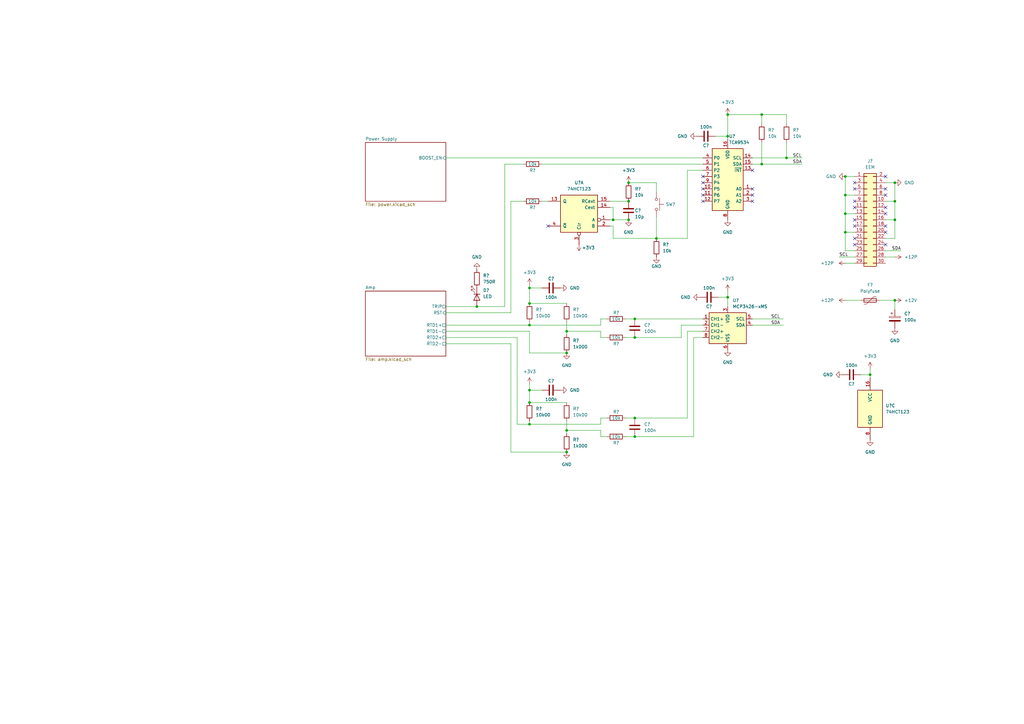
<source format=kicad_sch>
(kicad_sch (version 20211123) (generator eeschema)
  (paper "A3")
  (title_block (title "Usilitel") (date "2022-07-12") (rev "0.1") (company "M-Labs") (comment 1 "Wideband power amplifier") (comment 3 "a.k.a. topquark12") (comment 4 "Alex Wong Tat Hang"))
  (lib_symbols
    (symbol "74xx:74HCT123" (pin_names (offset 1.016))
      (property "Reference" "U" (at -7.62 8.89 0))
      (property "Value" "74HCT123" (at -7.62 -8.89 0))
      (symbol "74HCT123_1_0"
        (pin input inverted (at -12.7 -2.54 0) (length 5.08) (name "A") (number "1"))
        (pin output line (at 12.7 5.08 180) (length 5.08) (name "Q") (number "13"))
        (pin input line (at -12.7 2.54 0) (length 5.08) (name "Cext") (number "14"))
        (pin input line (at -12.7 5.08 0) (length 5.08) (name "RCext") (number "15"))
        (pin input line (at -12.7 -5.08 0) (length 5.08) (name "B") (number "2"))
        (pin input inverted (at 0 -12.7 90) (length 5.08) (name "Clr") (number "3"))
        (pin output line (at 12.7 -5.08 180) (length 5.08) (name "~{Q}") (number "4"))
      )
      (symbol "74HCT123_1_1"
        (rectangle (start -7.62 7.62) (end 7.62 -7.62) (stroke (width 0.254)) (fill (type background)))
      )
      (symbol "74HCT123_2_0"
        (pin input line (at -12.7 -5.08 0) (length 5.08) (name "B") (number "10"))
        (pin input inverted (at 0 -12.7 90) (length 5.08) (name "Clr") (number "11"))
        (pin output line (at 12.7 -5.08 180) (length 5.08) (name "~{Q}") (number "12"))
        (pin output line (at 12.7 5.08 180) (length 5.08) (name "Q") (number "5"))
        (pin input line (at -12.7 2.54 0) (length 5.08) (name "Cext") (number "6"))
        (pin input line (at -12.7 5.08 0) (length 5.08) (name "RCext") (number "7"))
        (pin input inverted (at -12.7 -2.54 0) (length 5.08) (name "A") (number "9"))
      )
      (symbol "74HCT123_2_1"
        (rectangle (start -7.62 7.62) (end 7.62 -7.62) (stroke (width 0.254)) (fill (type background)))
      )
      (symbol "74HCT123_3_0"
        (pin power_in line (at 0 12.7 270) (length 5.08) (name "VCC") (number "16"))
        (pin power_in line (at 0 -12.7 90) (length 5.08) (name "GND") (number "8"))
      )
      (symbol "74HCT123_3_1"
        (rectangle (start -5.08 7.62) (end 5.08 -7.62) (stroke (width 0.254)) (fill (type background)))
      )
    )
    (symbol "Analog_ADC:MCP3426-xMS"
      (property "Reference" "U" (at -3.81 8.89 0))
      (property "Value" "MCP3426-xMS" (at 2.54 8.89 0))
      (symbol "MCP3426-xMS_0_1"
        (rectangle (start -7.62 7.62) (end 7.62 -5.08) (stroke (width 0.254)) (fill (type background)))
      )
      (symbol "MCP3426-xMS_1_1"
        (pin input line (at -10.16 5.08 0) (length 2.54) (name "CH1+") (number "1"))
        (pin input line (at -10.16 2.54 0) (length 2.54) (name "CH1-") (number "2"))
        (pin power_in line (at 0 10.16 270) (length 2.54) (name "VDD") (number "3"))
        (pin bidirectional line (at 10.16 2.54 180) (length 2.54) (name "SDA") (number "4"))
        (pin input line (at 10.16 5.08 180) (length 2.54) (name "SCL") (number "5"))
        (pin power_in line (at 0 -7.62 90) (length 2.54) (name "VSS") (number "6"))
        (pin input line (at -10.16 0 0) (length 2.54) (name "CH2+") (number "7"))
        (pin input line (at -10.16 -2.54 0) (length 2.54) (name "CH2-") (number "8"))
      )
    )
    (symbol "Connector_Generic:Conn_02x15_Odd_Even" (pin_names (offset 1.016) hide)
      (property "Reference" "J" (at 1.27 20.32 0))
      (property "Value" "Conn_02x15_Odd_Even" (at 1.27 -20.32 0))
      (symbol "Conn_02x15_Odd_Even_1_1"
        (rectangle (start -1.27 -17.653) (end 0 -17.907) (stroke (width 0.1524)))
        (rectangle (start -1.27 -15.113) (end 0 -15.367) (stroke (width 0.1524)))
        (rectangle (start -1.27 -12.573) (end 0 -12.827) (stroke (width 0.1524)))
        (rectangle (start -1.27 -10.033) (end 0 -10.287) (stroke (width 0.1524)))
        (rectangle (start -1.27 -7.493) (end 0 -7.747) (stroke (width 0.1524)))
        (rectangle (start -1.27 -4.953) (end 0 -5.207) (stroke (width 0.1524)))
        (rectangle (start -1.27 -2.413) (end 0 -2.667) (stroke (width 0.1524)))
        (rectangle (start -1.27 0.127) (end 0 -0.127) (stroke (width 0.1524)))
        (rectangle (start -1.27 2.667) (end 0 2.413) (stroke (width 0.1524)))
        (rectangle (start -1.27 5.207) (end 0 4.953) (stroke (width 0.1524)))
        (rectangle (start -1.27 7.747) (end 0 7.493) (stroke (width 0.1524)))
        (rectangle (start -1.27 10.287) (end 0 10.033) (stroke (width 0.1524)))
        (rectangle (start -1.27 12.827) (end 0 12.573) (stroke (width 0.1524)))
        (rectangle (start -1.27 15.367) (end 0 15.113) (stroke (width 0.1524)))
        (rectangle (start -1.27 17.907) (end 0 17.653) (stroke (width 0.1524)))
        (rectangle (start -1.27 19.05) (end 3.81 -19.05) (stroke (width 0.254)) (fill (type background)))
        (rectangle (start 3.81 -17.653) (end 2.54 -17.907) (stroke (width 0.1524)))
        (rectangle (start 3.81 -15.113) (end 2.54 -15.367) (stroke (width 0.1524)))
        (rectangle (start 3.81 -12.573) (end 2.54 -12.827) (stroke (width 0.1524)))
        (rectangle (start 3.81 -10.033) (end 2.54 -10.287) (stroke (width 0.1524)))
        (rectangle (start 3.81 -7.493) (end 2.54 -7.747) (stroke (width 0.1524)))
        (rectangle (start 3.81 -4.953) (end 2.54 -5.207) (stroke (width 0.1524)))
        (rectangle (start 3.81 -2.413) (end 2.54 -2.667) (stroke (width 0.1524)))
        (rectangle (start 3.81 0.127) (end 2.54 -0.127) (stroke (width 0.1524)))
        (rectangle (start 3.81 2.667) (end 2.54 2.413) (stroke (width 0.1524)))
        (rectangle (start 3.81 5.207) (end 2.54 4.953) (stroke (width 0.1524)))
        (rectangle (start 3.81 7.747) (end 2.54 7.493) (stroke (width 0.1524)))
        (rectangle (start 3.81 10.287) (end 2.54 10.033) (stroke (width 0.1524)))
        (rectangle (start 3.81 12.827) (end 2.54 12.573) (stroke (width 0.1524)))
        (rectangle (start 3.81 15.367) (end 2.54 15.113) (stroke (width 0.1524)))
        (rectangle (start 3.81 17.907) (end 2.54 17.653) (stroke (width 0.1524)))
        (pin passive line (at -5.08 17.78 0) (length 3.81) (name "Pin_1") (number "1"))
        (pin passive line (at 7.62 7.62 180) (length 3.81) (name "Pin_10") (number "10"))
        (pin passive line (at -5.08 5.08 0) (length 3.81) (name "Pin_11") (number "11"))
        (pin passive line (at 7.62 5.08 180) (length 3.81) (name "Pin_12") (number "12"))
        (pin passive line (at -5.08 2.54 0) (length 3.81) (name "Pin_13") (number "13"))
        (pin passive line (at 7.62 2.54 180) (length 3.81) (name "Pin_14") (number "14"))
        (pin passive line (at -5.08 0 0) (length 3.81) (name "Pin_15") (number "15"))
        (pin passive line (at 7.62 0 180) (length 3.81) (name "Pin_16") (number "16"))
        (pin passive line (at -5.08 -2.54 0) (length 3.81) (name "Pin_17") (number "17"))
        (pin passive line (at 7.62 -2.54 180) (length 3.81) (name "Pin_18") (number "18"))
        (pin passive line (at -5.08 -5.08 0) (length 3.81) (name "Pin_19") (number "19"))
        (pin passive line (at 7.62 17.78 180) (length 3.81) (name "Pin_2") (number "2"))
        (pin passive line (at 7.62 -5.08 180) (length 3.81) (name "Pin_20") (number "20"))
        (pin passive line (at -5.08 -7.62 0) (length 3.81) (name "Pin_21") (number "21"))
        (pin passive line (at 7.62 -7.62 180) (length 3.81) (name "Pin_22") (number "22"))
        (pin passive line (at -5.08 -10.16 0) (length 3.81) (name "Pin_23") (number "23"))
        (pin passive line (at 7.62 -10.16 180) (length 3.81) (name "Pin_24") (number "24"))
        (pin passive line (at -5.08 -12.7 0) (length 3.81) (name "Pin_25") (number "25"))
        (pin passive line (at 7.62 -12.7 180) (length 3.81) (name "Pin_26") (number "26"))
        (pin passive line (at -5.08 -15.24 0) (length 3.81) (name "Pin_27") (number "27"))
        (pin passive line (at 7.62 -15.24 180) (length 3.81) (name "Pin_28") (number "28"))
        (pin passive line (at -5.08 -17.78 0) (length 3.81) (name "Pin_29") (number "29"))
        (pin passive line (at -5.08 15.24 0) (length 3.81) (name "Pin_3") (number "3"))
        (pin passive line (at 7.62 -17.78 180) (length 3.81) (name "Pin_30") (number "30"))
        (pin passive line (at 7.62 15.24 180) (length 3.81) (name "Pin_4") (number "4"))
        (pin passive line (at -5.08 12.7 0) (length 3.81) (name "Pin_5") (number "5"))
        (pin passive line (at 7.62 12.7 180) (length 3.81) (name "Pin_6") (number "6"))
        (pin passive line (at -5.08 10.16 0) (length 3.81) (name "Pin_7") (number "7"))
        (pin passive line (at 7.62 10.16 180) (length 3.81) (name "Pin_8") (number "8"))
        (pin passive line (at -5.08 7.62 0) (length 3.81) (name "Pin_9") (number "9"))
      )
    )
    (symbol "Device:C" (pin_numbers hide) (pin_names (offset 0.254))
      (property "Reference" "C" (at 0.635 2.54 0))
      (property "Value" "C" (at 0.635 -2.54 0))
      (symbol "C_0_1"
        (polyline (pts (xy -2.032 -0.762) (xy 2.032 -0.762)) (stroke (width 0.508)))
        (polyline (pts (xy -2.032 0.762) (xy 2.032 0.762)) (stroke (width 0.508)))
      )
      (symbol "C_1_1"
        (pin passive line (at 0 3.81 270) (length 2.794) (name "~") (number "1"))
        (pin passive line (at 0 -3.81 90) (length 2.794) (name "~") (number "2"))
      )
    )
    (symbol "Device:C_Polarized" (pin_numbers hide) (pin_names (offset 0.254))
      (property "Reference" "C" (at 0.635 2.54 0))
      (property "Value" "C_Polarized" (at 0.635 -2.54 0))
      (symbol "C_Polarized_0_1"
        (rectangle (start -2.286 0.508) (end 2.286 1.016))
        (polyline (pts (xy -1.778 2.286) (xy -0.762 2.286)))
        (polyline (pts (xy -1.27 2.794) (xy -1.27 1.778)))
        (rectangle (start 2.286 -0.508) (end -2.286 -1.016) (fill (type outline)))
      )
      (symbol "C_Polarized_1_1"
        (pin passive line (at 0 3.81 270) (length 2.794) (name "~") (number "1"))
        (pin passive line (at 0 -3.81 90) (length 2.794) (name "~") (number "2"))
      )
    )
    (symbol "Device:LED" (pin_numbers hide) (pin_names (offset 1.016) hide)
      (property "Reference" "D" (at 0 2.54 0))
      (property "Value" "LED" (at 0 -2.54 0))
      (symbol "LED_0_1"
        (polyline (pts (xy -1.27 -1.27) (xy -1.27 1.27)) (stroke (width 0.254)))
        (polyline (pts (xy -1.27 0) (xy 1.27 0)))
        (polyline (pts (xy 1.27 -1.27) (xy 1.27 1.27) (xy -1.27 0) (xy 1.27 -1.27)) (stroke (width 0.254)))
        (polyline (pts (xy -3.048 -0.762) (xy -4.572 -2.286) (xy -3.81 -2.286) (xy -4.572 -2.286) (xy -4.572 -1.524)))
        (polyline (pts (xy -1.778 -0.762) (xy -3.302 -2.286) (xy -2.54 -2.286) (xy -3.302 -2.286) (xy -3.302 -1.524)))
      )
      (symbol "LED_1_1"
        (pin passive line (at -3.81 0 0) (length 2.54) (name "K") (number "1"))
        (pin passive line (at 3.81 0 180) (length 2.54) (name "A") (number "2"))
      )
    )
    (symbol "Device:Polyfuse" (pin_numbers hide) (pin_names (offset 0))
      (property "Reference" "F" (at -2.54 0 90))
      (property "Value" "Polyfuse" (at 2.54 0 90))
      (symbol "Polyfuse_0_1"
        (rectangle (start -0.762 2.54) (end 0.762 -2.54) (stroke (width 0.254)))
        (polyline (pts (xy 0 2.54) (xy 0 -2.54)))
        (polyline (pts (xy -1.524 2.54) (xy -1.524 1.524) (xy 1.524 -1.524) (xy 1.524 -2.54)))
      )
      (symbol "Polyfuse_1_1"
        (pin passive line (at 0 3.81 270) (length 1.27) (name "~") (number "1"))
        (pin passive line (at 0 -3.81 90) (length 1.27) (name "~") (number "2"))
      )
    )
    (symbol "Device:R" (pin_numbers hide) (pin_names (offset 0))
      (property "Reference" "R" (at 2.032 0 90))
      (property "Value" "R" (at 0 0 90))
      (symbol "R_0_1"
        (rectangle (start -1.016 -2.54) (end 1.016 2.54) (stroke (width 0.254)))
      )
      (symbol "R_1_1"
        (pin passive line (at 0 3.81 270) (length 1.27) (name "~") (number "1"))
        (pin passive line (at 0 -3.81 90) (length 1.27) (name "~") (number "2"))
      )
    )
    (symbol "Interface_Expansion:TCA9534"
      (property "Reference" "U" (at -6.35 12.7 0))
      (property "Value" "TCA9534" (at 2.54 12.7 0))
      (symbol "TCA9534_0_1"
        (rectangle (start -6.35 -13.97) (end 6.35 11.43) (stroke (width 0.254)) (fill (type background)))
      )
      (symbol "TCA9534_1_1"
        (pin input line (at -10.16 -5.08 0) (length 3.81) (name "A0") (number "1"))
        (pin bidirectional line (at 10.16 -5.08 180) (length 3.81) (name "P5") (number "10"))
        (pin bidirectional line (at 10.16 -7.62 180) (length 3.81) (name "P6") (number "11"))
        (pin bidirectional line (at 10.16 -10.16 180) (length 3.81) (name "P7") (number "12"))
        (pin open_collector line (at -10.16 2.54 0) (length 3.81) (name "~{INT}") (number "13"))
        (pin input line (at -10.16 7.62 0) (length 3.81) (name "SCL") (number "14"))
        (pin bidirectional line (at -10.16 5.08 0) (length 3.81) (name "SDA") (number "15"))
        (pin power_in line (at 0 15.24 270) (length 3.81) (name "VDD") (number "16"))
        (pin input line (at -10.16 -7.62 0) (length 3.81) (name "A1") (number "2"))
        (pin input line (at -10.16 -10.16 0) (length 3.81) (name "A2") (number "3"))
        (pin bidirectional line (at 10.16 7.62 180) (length 3.81) (name "P0") (number "4"))
        (pin bidirectional line (at 10.16 5.08 180) (length 3.81) (name "P1") (number "5"))
        (pin bidirectional line (at 10.16 2.54 180) (length 3.81) (name "P2") (number "6"))
        (pin bidirectional line (at 10.16 0 180) (length 3.81) (name "P3") (number "7"))
        (pin power_in line (at 0 -17.78 90) (length 3.81) (name "GND") (number "8"))
        (pin bidirectional line (at 10.16 -2.54 180) (length 3.81) (name "P4") (number "9"))
      )
    )
    (symbol "Switch:SW_Push" (pin_numbers hide) (pin_names (offset 1.016) hide)
      (property "Reference" "SW" (at 1.27 2.54 0))
      (property "Value" "SW_Push" (at 0 -1.524 0))
      (symbol "SW_Push_0_1"
        (circle (center -2.032 0) (radius 0.508))
        (polyline (pts (xy 0 1.27) (xy 0 3.048)))
        (polyline (pts (xy 2.54 1.27) (xy -2.54 1.27)))
        (circle (center 2.032 0) (radius 0.508))
        (pin passive line (at -5.08 0 0) (length 2.54) (name "1") (number "1"))
        (pin passive line (at 5.08 0 180) (length 2.54) (name "2") (number "2"))
      )
    )
    (symbol "power:+12P" (power) (pin_names (offset 0))
      (property "Value" "+12P" (at 0 3.556 0))
      (symbol "+12P_0_1"
        (polyline (pts (xy -0.762 1.27) (xy 0 2.54)))
        (polyline (pts (xy 0 0) (xy 0 2.54)))
        (polyline (pts (xy 0 2.54) (xy 0.762 1.27)))
      )
      (symbol "+12P_1_1"
        (pin power_in line (at 0 0 90) (length 0) hide (name "+12P") (number "1"))
      )
    )
    (symbol "power:+12V" (power) (pin_names (offset 0))
      (property "Value" "+12V" (at 0 3.556 0))
      (symbol "+12V_0_1"
        (polyline (pts (xy -0.762 1.27) (xy 0 2.54)))
        (polyline (pts (xy 0 0) (xy 0 2.54)))
        (polyline (pts (xy 0 2.54) (xy 0.762 1.27)))
      )
      (symbol "+12V_1_1"
        (pin power_in line (at 0 0 90) (length 0) hide (name "+12V") (number "1"))
      )
    )
    (symbol "power:+3V3" (power) (pin_names (offset 0))
      (property "Value" "+3V3" (at 0 3.556 0))
      (symbol "+3V3_0_1"
        (polyline (pts (xy -0.762 1.27) (xy 0 2.54)))
        (polyline (pts (xy 0 0) (xy 0 2.54)))
        (polyline (pts (xy 0 2.54) (xy 0.762 1.27)))
      )
      (symbol "+3V3_1_1"
        (pin power_in line (at 0 0 90) (length 0) hide (name "+3V3") (number "1"))
      )
    )
    (symbol "power:GND" (power) (pin_names (offset 0))
      (property "Value" "GND" (at 0 -3.81 0))
      (symbol "GND_0_1"
        (polyline (pts (xy 0 0) (xy 0 -1.27) (xy 1.27 -1.27) (xy 0 -2.54) (xy -1.27 -1.27) (xy 0 -1.27)))
      )
      (symbol "GND_1_1"
        (pin power_in line (at 0 0 270) (length 0) hide (name "GND") (number "1"))
      )
    )
  )
  (junction (at 217.17 118.11))
  (junction (at 217.17 133.35))
  (junction (at 298.45 46.99))
  (junction (at 269.24 97.79))
  (junction (at 322.58 64.77))
  (junction (at 260.35 130.81))
  (junction (at 260.35 171.45))
  (junction (at 257.81 74.93))
  (junction (at 367.03 74.93))
  (junction (at 346.71 87.63))
  (junction (at 298.45 55.88))
  (junction (at 195.58 125.73))
  (junction (at 346.71 95.25))
  (junction (at 217.17 173.99))
  (junction (at 312.42 67.31))
  (junction (at 232.41 144.78))
  (junction (at 217.17 160.02))
  (junction (at 232.41 135.89))
  (junction (at 346.71 80.01))
  (junction (at 217.17 165.1))
  (junction (at 312.42 46.99))
  (junction (at 257.81 90.17))
  (junction (at 232.41 176.53))
  (junction (at 367.03 123.19))
  (junction (at 232.41 185.42))
  (junction (at 367.03 82.55))
  (junction (at 217.17 124.46))
  (junction (at 356.87 153.67))
  (junction (at 260.35 179.07))
  (junction (at 260.35 138.43))
  (junction (at 257.81 82.55))
  (junction (at 298.45 121.92))
  (junction (at 346.71 72.39))
  (junction (at 251.46 90.17))
  (junction (at 367.03 90.17))
  (no_connect (at 363.22 80.01))
  (no_connect (at 350.52 82.55))
  (no_connect (at 350.52 90.17))
  (no_connect (at 350.52 92.71))
  (no_connect (at 350.52 97.79))
  (no_connect (at 350.52 100.33))
  (no_connect (at 350.52 74.93))
  (no_connect (at 350.52 77.47))
  (no_connect (at 363.22 72.39))
  (no_connect (at 363.22 77.47))
  (no_connect (at 350.52 85.09))
  (no_connect (at 363.22 87.63))
  (no_connect (at 363.22 85.09))
  (no_connect (at 363.22 95.25))
  (no_connect (at 363.22 92.71))
  (no_connect (at 363.22 100.33))
  (no_connect (at 308.61 77.47))
  (no_connect (at 308.61 80.01))
  (no_connect (at 308.61 82.55))
  (no_connect (at 308.61 69.85))
  (no_connect (at 288.29 74.93))
  (no_connect (at 288.29 77.47))
  (no_connect (at 288.29 80.01))
  (no_connect (at 288.29 82.55))
  (no_connect (at 288.29 72.39))
  (no_connect (at 224.79 92.71))
  (wire (pts (xy 363.22 90.17) (xy 367.03 90.17)))
  (wire (pts (xy 312.42 58.42) (xy 312.42 67.31)))
  (wire (pts (xy 293.37 55.88) (xy 298.45 55.88)))
  (wire (pts (xy 269.24 88.9) (xy 269.24 97.79)))
  (wire (pts (xy 312.42 67.31) (xy 328.93 67.31)))
  (wire (pts (xy 209.55 82.55) (xy 209.55 128.27)))
  (wire (pts (xy 281.94 97.79) (xy 281.94 69.85)))
  (wire (pts (xy 246.38 133.35) (xy 217.17 133.35)))
  (wire (pts (xy 217.17 160.02) (xy 222.25 160.02)))
  (wire (pts (xy 246.38 138.43) (xy 248.92 138.43)))
  (wire (pts (xy 217.17 157.48) (xy 217.17 160.02)))
  (wire (pts (xy 217.17 118.11) (xy 222.25 118.11)))
  (wire (pts (xy 217.17 135.89) (xy 217.17 144.78)))
  (wire (pts (xy 346.71 107.95) (xy 350.52 107.95)))
  (wire (pts (xy 182.88 125.73) (xy 195.58 125.73)))
  (wire (pts (xy 308.61 130.81) (xy 321.31 130.81)))
  (wire (pts (xy 246.38 171.45) (xy 248.92 171.45)))
  (wire (pts (xy 279.4 138.43) (xy 279.4 133.35)))
  (wire (pts (xy 222.25 67.31) (xy 288.29 67.31)))
  (wire (pts (xy 298.45 55.88) (xy 298.45 57.15)))
  (wire (pts (xy 212.09 138.43) (xy 212.09 173.99)))
  (wire (pts (xy 246.38 179.07) (xy 248.92 179.07)))
  (wire (pts (xy 346.71 72.39) (xy 350.52 72.39)))
  (wire (pts (xy 250.19 85.09) (xy 251.46 85.09)))
  (wire (pts (xy 246.38 135.89) (xy 246.38 138.43)))
  (wire (pts (xy 246.38 171.45) (xy 246.38 173.99)))
  (wire (pts (xy 217.17 133.35) (xy 217.17 132.08)))
  (wire (pts (xy 246.38 176.53) (xy 246.38 179.07)))
  (wire (pts (xy 260.35 171.45) (xy 281.94 171.45)))
  (wire (pts (xy 346.71 80.01) (xy 346.71 72.39)))
  (wire (pts (xy 312.42 46.99) (xy 322.58 46.99)))
  (wire (pts (xy 251.46 90.17) (xy 257.81 90.17)))
  (wire (pts (xy 298.45 121.92) (xy 298.45 125.73)))
  (wire (pts (xy 182.88 138.43) (xy 212.09 138.43)))
  (wire (pts (xy 269.24 78.74) (xy 269.24 74.93)))
  (wire (pts (xy 260.35 138.43) (xy 279.4 138.43)))
  (wire (pts (xy 232.41 135.89) (xy 246.38 135.89)))
  (wire (pts (xy 346.71 102.87) (xy 346.71 95.25)))
  (wire (pts (xy 350.52 102.87) (xy 346.71 102.87)))
  (wire (pts (xy 222.25 82.55) (xy 224.79 82.55)))
  (wire (pts (xy 256.54 171.45) (xy 260.35 171.45)))
  (wire (pts (xy 346.71 87.63) (xy 346.71 80.01)))
  (wire (pts (xy 256.54 179.07) (xy 260.35 179.07)))
  (wire (pts (xy 214.63 82.55) (xy 209.55 82.55)))
  (wire (pts (xy 182.88 128.27) (xy 209.55 128.27)))
  (wire (pts (xy 217.17 173.99) (xy 217.17 172.72)))
  (wire (pts (xy 212.09 173.99) (xy 217.17 173.99)))
  (wire (pts (xy 279.4 133.35) (xy 288.29 133.35)))
  (wire (pts (xy 346.71 95.25) (xy 346.71 87.63)))
  (wire (pts (xy 298.45 46.99) (xy 312.42 46.99)))
  (wire (pts (xy 284.48 138.43) (xy 288.29 138.43)))
  (wire (pts (xy 250.19 92.71) (xy 251.46 92.71)))
  (wire (pts (xy 363.22 82.55) (xy 367.03 82.55)))
  (wire (pts (xy 308.61 64.77) (xy 322.58 64.77)))
  (wire (pts (xy 298.45 46.99) (xy 298.45 55.88)))
  (wire (pts (xy 256.54 138.43) (xy 260.35 138.43)))
  (wire (pts (xy 246.38 130.81) (xy 248.92 130.81)))
  (wire (pts (xy 350.52 95.25) (xy 346.71 95.25)))
  (wire (pts (xy 367.03 82.55) (xy 367.03 74.93)))
  (wire (pts (xy 322.58 64.77) (xy 328.93 64.77)))
  (wire (pts (xy 251.46 92.71) (xy 251.46 97.79)))
  (wire (pts (xy 182.88 133.35) (xy 217.17 133.35)))
  (wire (pts (xy 360.68 123.19) (xy 367.03 123.19)))
  (wire (pts (xy 308.61 133.35) (xy 321.31 133.35)))
  (wire (pts (xy 232.41 176.53) (xy 246.38 176.53)))
  (wire (pts (xy 308.61 67.31) (xy 312.42 67.31)))
  (wire (pts (xy 182.88 140.97) (xy 209.55 140.97)))
  (wire (pts (xy 217.17 165.1) (xy 232.41 165.1)))
  (wire (pts (xy 281.94 171.45) (xy 281.94 135.89)))
  (wire (pts (xy 281.94 135.89) (xy 288.29 135.89)))
  (wire (pts (xy 256.54 130.81) (xy 260.35 130.81)))
  (wire (pts (xy 298.45 119.38) (xy 298.45 121.92)))
  (wire (pts (xy 217.17 118.11) (xy 217.17 124.46)))
  (wire (pts (xy 232.41 135.89) (xy 232.41 137.16)))
  (wire (pts (xy 363.22 74.93) (xy 367.03 74.93)))
  (wire (pts (xy 246.38 130.81) (xy 246.38 133.35)))
  (wire (pts (xy 281.94 69.85) (xy 288.29 69.85)))
  (wire (pts (xy 350.52 80.01) (xy 346.71 80.01)))
  (wire (pts (xy 363.22 97.79) (xy 367.03 97.79)))
  (wire (pts (xy 207.01 67.31) (xy 214.63 67.31)))
  (wire (pts (xy 195.58 125.73) (xy 207.01 125.73)))
  (wire (pts (xy 209.55 185.42) (xy 232.41 185.42)))
  (wire (pts (xy 353.06 153.67) (xy 356.87 153.67)))
  (wire (pts (xy 260.35 179.07) (xy 284.48 179.07)))
  (wire (pts (xy 260.35 130.81) (xy 288.29 130.81)))
  (wire (pts (xy 312.42 46.99) (xy 312.42 50.8)))
  (wire (pts (xy 250.19 82.55) (xy 257.81 82.55)))
  (wire (pts (xy 269.24 97.79) (xy 281.94 97.79)))
  (wire (pts (xy 294.64 121.92) (xy 298.45 121.92)))
  (wire (pts (xy 246.38 173.99) (xy 217.17 173.99)))
  (wire (pts (xy 344.17 105.41) (xy 350.52 105.41)))
  (wire (pts (xy 269.24 74.93) (xy 257.81 74.93)))
  (wire (pts (xy 232.41 172.72) (xy 232.41 176.53)))
  (wire (pts (xy 251.46 97.79) (xy 269.24 97.79)))
  (wire (pts (xy 363.22 102.87) (xy 369.57 102.87)))
  (wire (pts (xy 217.17 160.02) (xy 217.17 165.1)))
  (wire (pts (xy 250.19 90.17) (xy 251.46 90.17)))
  (wire (pts (xy 350.52 87.63) (xy 346.71 87.63)))
  (wire (pts (xy 322.58 58.42) (xy 322.58 64.77)))
  (wire (pts (xy 363.22 105.41) (xy 367.03 105.41)))
  (wire (pts (xy 209.55 140.97) (xy 209.55 185.42)))
  (wire (pts (xy 356.87 151.13) (xy 356.87 153.67)))
  (wire (pts (xy 182.88 135.89) (xy 217.17 135.89)))
  (wire (pts (xy 284.48 179.07) (xy 284.48 138.43)))
  (wire (pts (xy 232.41 132.08) (xy 232.41 135.89)))
  (wire (pts (xy 182.88 64.77) (xy 288.29 64.77)))
  (wire (pts (xy 367.03 97.79) (xy 367.03 90.17)))
  (wire (pts (xy 367.03 90.17) (xy 367.03 82.55)))
  (wire (pts (xy 232.41 176.53) (xy 232.41 177.8)))
  (wire (pts (xy 217.17 124.46) (xy 232.41 124.46)))
  (wire (pts (xy 251.46 85.09) (xy 251.46 90.17)))
  (wire (pts (xy 367.03 123.19) (xy 367.03 127)))
  (wire (pts (xy 217.17 144.78) (xy 232.41 144.78)))
  (wire (pts (xy 356.87 153.67) (xy 356.87 154.94)))
  (wire (pts (xy 322.58 46.99) (xy 322.58 50.8)))
  (wire (pts (xy 346.71 123.19) (xy 353.06 123.19)))
  (wire (pts (xy 217.17 116.84) (xy 217.17 118.11)))
  (wire (pts (xy 207.01 67.31) (xy 207.01 125.73)))
  (label "SDA" (at 316.23 133.35 0))
  (label "SDA" (at 365.76 102.87 0))
  (label "SCL" (at 325.12 64.77 0))
  (label "SCL" (at 344.17 105.41 0))
  (label "SDA" (at 325.12 67.31 0))
  (label "SCL" (at 316.23 130.81 0))
  (symbol (lib_id "Device:C") (at 289.56 55.88 90) (unit 1)
    (property "Reference" "C?" (at 289.56 59.69 90))
    (property "Value" "100n" (at 289.56 52.07 90))
  )
  (symbol (lib_id "power:GND") (at 287.02 121.92 270) (unit 1)
    (property "Reference" "#PWR?" (effects hide))
    (property "Value" "GND" (at 283.21 121.9199 90) (effects (justify right)))
  )
  (symbol (lib_id "power:+12P") (at 367.03 105.41 270) (unit 1)
    (property "Reference" "#PWR?" (effects hide))
    (property "Value" "+12P" (at 370.84 105.4099 90) (effects (justify left)))
  )
  (symbol (lib_id "Connector_Generic:Conn_02x15_Odd_Even") (at 355.6 90.17 0) (unit 1)
    (property "Reference" "J?" (at 356.87 66.04 0))
    (property "Value" "EEM" (at 356.87 68.58 0))
  )
  (symbol (lib_id "Device:Polyfuse") (at 356.87 123.19 90) (unit 1)
    (property "Reference" "F?" (at 356.87 116.84 90))
    (property "Value" "Polyfuse" (at 356.87 119.38 90))
  )
  (symbol (lib_id "Device:R") (at 252.73 138.43 90) (unit 1)
    (property "Reference" "R?" (at 252.73 140.97 90))
    (property "Value" "10k" (at 252.73 138.43 90))
  )
  (symbol (lib_id "power:+3V3") (at 237.49 100.33 180) (unit 1)
    (property "Reference" "#PWR?" (effects hide))
    (property "Value" "+3V3" (at 241.3 101.6 0))
  )
  (symbol (lib_id "Device:C") (at 226.06 118.11 270) (unit 1)
    (property "Reference" "C?" (at 226.06 114.3 90))
    (property "Value" "100n" (at 226.06 121.92 90))
  )
  (symbol (lib_id "Device:R") (at 218.44 67.31 90) (unit 1)
    (property "Reference" "R?" (at 218.44 69.85 90))
    (property "Value" "10k" (at 218.44 67.31 90))
  )
  (symbol (lib_id "power:GND") (at 367.03 134.62 0) (unit 1)
    (property "Reference" "#PWR?" (effects hide))
    (property "Value" "GND" (at 367.03 139.7 0))
  )
  (symbol (lib_id "power:+3V3") (at 217.17 116.84 0) (unit 1)
    (property "Reference" "#PWR?" (effects hide))
    (property "Value" "+3V3" (at 217.17 111.76 0))
  )
  (symbol (lib_id "74xx:74HCT123") (at 356.87 167.64 0) (unit 3)
    (property "Reference" "U?" (at 363.22 166.3699 0) (effects (justify left)))
    (property "Value" "74HCT123" (at 363.22 168.9099 0) (effects (justify left)))
    (property "Datasheet" "https://assets.nexperia.com/documents/data-sheet/74HC_HCT123.pdf" (effects hide))
  )
  (symbol (lib_id "power:GND") (at 298.45 90.17 0) (unit 1)
    (property "Reference" "#PWR?" (effects hide))
    (property "Value" "GND" (at 298.45 95.25 0))
  )
  (symbol (lib_id "Device:C_Polarized") (at 367.03 130.81 0) (unit 1)
    (property "Reference" "C?" (at 370.84 128.6509 0) (effects (justify left)))
    (property "Value" "100u" (at 370.84 131.1909 0) (effects (justify left)))
  )
  (symbol (lib_id "Device:C") (at 260.35 175.26 0) (unit 1)
    (property "Reference" "C?" (at 264.16 173.9899 0) (effects (justify left)))
    (property "Value" "100n" (at 264.16 176.5299 0) (effects (justify left)))
  )
  (symbol (lib_id "power:+3V3") (at 356.87 151.13 0) (unit 1)
    (property "Reference" "#PWR?" (effects hide))
    (property "Value" "+3V3" (at 356.87 146.05 0))
  )
  (symbol (lib_id "power:GND") (at 229.87 160.02 90) (unit 1)
    (property "Reference" "#PWR?" (effects hide))
    (property "Value" "GND" (at 233.68 160.0201 90) (effects (justify right)))
  )
  (symbol (lib_id "power:+12P") (at 346.71 123.19 90) (unit 1)
    (property "Reference" "#PWR?" (effects hide))
    (property "Value" "+12P" (at 336.55 123.19 90) (effects (justify right)))
  )
  (symbol (lib_id "Device:R") (at 252.73 171.45 90) (unit 1)
    (property "Reference" "R?" (at 252.73 168.91 90))
    (property "Value" "10k" (at 252.73 171.45 90))
  )
  (symbol (lib_id "power:GND") (at 356.87 180.34 0) (unit 1)
    (property "Reference" "#PWR?" (effects hide))
    (property "Value" "GND" (at 356.87 185.42 0))
  )
  (symbol (lib_id "Interface_Expansion:TCA9534") (at 298.45 72.39 0) (mirror y) (unit 1)
    (property "Reference" "U?" (at 298.9706 55.88 0) (effects (justify right)))
    (property "Value" "TCA9534" (at 298.9706 58.42 0) (effects (justify right)))
    (property "Datasheet" "http://www.ti.com/lit/ds/symlink/tca9534.pdf" (effects hide))
  )
  (symbol (lib_id "Device:R") (at 312.42 54.61 0) (unit 1)
    (property "Reference" "R?" (at 314.96 53.3399 0) (effects (justify left)))
    (property "Value" "10k" (at 314.96 55.8799 0) (effects (justify left)))
  )
  (symbol (lib_id "Device:R") (at 217.17 128.27 0) (unit 1)
    (property "Reference" "R?" (at 219.71 126.9999 0) (effects (justify left)))
    (property "Value" "10k00" (at 219.71 129.5399 0) (effects (justify left)))
  )
  (symbol (lib_id "power:+3V3") (at 257.81 74.93 0) (unit 1)
    (property "Reference" "#PWR?" (effects hide))
    (property "Value" "+3V3" (at 257.81 69.85 0))
  )
  (symbol (lib_id "Device:R") (at 232.41 181.61 0) (unit 1)
    (property "Reference" "R?" (at 234.95 180.3399 0) (effects (justify left)))
    (property "Value" "1k000" (at 234.95 182.8799 0) (effects (justify left)))
  )
  (symbol (lib_id "Device:R") (at 232.41 128.27 0) (unit 1)
    (property "Reference" "R?" (at 234.95 126.9999 0) (effects (justify left)))
    (property "Value" "10k00" (at 234.95 129.5399 0) (effects (justify left)))
  )
  (symbol (lib_id "Device:C") (at 349.25 153.67 90) (unit 1)
    (property "Reference" "C?" (at 349.25 157.48 90))
    (property "Value" "100n" (at 349.25 149.86 90))
  )
  (symbol (lib_id "power:+3V3") (at 298.45 46.99 0) (unit 1)
    (property "Reference" "#PWR?" (effects hide))
    (property "Value" "+3V3" (at 298.45 41.91 0))
  )
  (symbol (lib_id "Device:C") (at 257.81 86.36 0) (unit 1)
    (property "Reference" "C?" (at 260.35 86.36 0) (effects (justify left)))
    (property "Value" "10p" (at 260.35 88.9 0) (effects (justify left)))
  )
  (symbol (lib_id "power:GND") (at 229.87 118.11 90) (unit 1)
    (property "Reference" "#PWR?" (effects hide))
    (property "Value" "GND" (at 233.68 118.1101 90) (effects (justify right)))
  )
  (symbol (lib_id "Device:R") (at 257.81 78.74 0) (unit 1)
    (property "Reference" "R?" (at 260.35 77.4699 0) (effects (justify left)))
    (property "Value" "10k" (at 260.35 80.0099 0) (effects (justify left)))
  )
  (symbol (lib_id "Device:C") (at 226.06 160.02 270) (unit 1)
    (property "Reference" "C?" (at 226.06 156.21 90))
    (property "Value" "100n" (at 226.06 163.83 90))
  )
  (symbol (lib_id "Device:R") (at 269.24 101.6 0) (unit 1)
    (property "Reference" "R?" (at 271.78 100.3299 0) (effects (justify left)))
    (property "Value" "10k" (at 271.78 102.8699 0) (effects (justify left)))
  )
  (symbol (lib_id "power:GND") (at 232.41 144.78 0) (unit 1)
    (property "Reference" "#PWR?" (effects hide))
    (property "Value" "GND" (at 232.41 149.86 0))
  )
  (symbol (lib_id "Device:R") (at 232.41 140.97 0) (unit 1)
    (property "Reference" "R?" (at 234.95 139.6999 0) (effects (justify left)))
    (property "Value" "1k000" (at 234.95 142.2399 0) (effects (justify left)))
  )
  (symbol (lib_id "Switch:SW_Push") (at 269.24 83.82 270) (mirror x) (unit 1)
    (property "Reference" "SW?" (at 273.05 83.8199 90) (effects (justify left)))
    (property "Value" "SW_Push" (effects hide))
  )
  (symbol (lib_id "power:GND") (at 367.03 74.93 90) (unit 1)
    (property "Reference" "#PWR?" (effects hide))
    (property "Value" "GND" (at 370.84 74.9299 90) (effects (justify right)))
  )
  (symbol (lib_id "power:GND") (at 298.45 143.51 0) (unit 1)
    (property "Reference" "#PWR?" (effects hide))
    (property "Value" "GND" (at 298.45 148.59 0))
  )
  (symbol (lib_id "power:+3V3") (at 217.17 157.48 0) (unit 1)
    (property "Reference" "#PWR?" (effects hide))
    (property "Value" "+3V3" (at 217.17 152.4 0))
  )
  (symbol (lib_id "power:GND") (at 232.41 185.42 0) (unit 1)
    (property "Reference" "#PWR?" (effects hide))
    (property "Value" "GND" (at 232.41 190.5 0))
  )
  (symbol (lib_id "Device:LED") (at 195.58 121.92 270) (unit 1)
    (property "Reference" "D?" (at 198.12 119.0624 90) (effects (justify left)))
    (property "Value" "LED" (at 198.12 121.6024 90) (effects (justify left)))
  )
  (symbol (lib_id "Device:R") (at 232.41 168.91 0) (unit 1)
    (property "Reference" "R?" (at 234.95 167.6399 0) (effects (justify left)))
    (property "Value" "10k00" (at 234.95 170.1799 0) (effects (justify left)))
  )
  (symbol (lib_id "power:GND") (at 269.24 105.41 0) (unit 1)
    (property "Reference" "#PWR?" (effects hide))
    (property "Value" "GND" (at 269.24 109.22 0))
  )
  (symbol (lib_id "74xx:74HCT123") (at 237.49 87.63 0) (mirror y) (unit 1)
    (property "Reference" "U?" (at 237.49 74.93 0))
    (property "Value" "74HCT123" (at 237.49 77.47 0))
    (property "Datasheet" "https://assets.nexperia.com/documents/data-sheet/74HC_HCT123.pdf" (effects hide))
  )
  (symbol (lib_id "power:GND") (at 195.58 110.49 180) (unit 1)
    (property "Reference" "#PWR?" (effects hide))
    (property "Value" "GND" (at 195.58 105.41 0))
  )
  (symbol (lib_id "Device:R") (at 322.58 54.61 0) (unit 1)
    (property "Reference" "R?" (at 325.12 53.3399 0) (effects (justify left)))
    (property "Value" "10k" (at 325.12 55.8799 0) (effects (justify left)))
  )
  (symbol (lib_id "power:+12V") (at 367.03 123.19 270) (unit 1)
    (property "Reference" "#PWR?" (effects hide))
    (property "Value" "+12V" (at 370.84 123.1899 90) (effects (justify left)))
  )
  (symbol (lib_id "power:GND") (at 257.81 90.17 0) (unit 1)
    (property "Reference" "#PWR?" (effects hide))
    (property "Value" "GND" (at 257.81 95.25 0))
  )
  (symbol (lib_id "Device:C") (at 260.35 134.62 0) (unit 1)
    (property "Reference" "C?" (at 264.16 133.3499 0) (effects (justify left)))
    (property "Value" "100n" (at 264.16 135.8899 0) (effects (justify left)))
  )
  (symbol (lib_id "Analog_ADC:MCP3426-xMS") (at 298.45 135.89 0) (unit 1)
    (property "Reference" "U?" (at 300.4694 123.19 0) (effects (justify left)))
    (property "Value" "MCP3426-xMS" (at 300.4694 125.73 0) (effects (justify left)))
    (property "Datasheet" "http://ww1.microchip.com/downloads/en/DeviceDoc/22226a.pdf" (effects hide))
  )
  (symbol (lib_id "Device:C") (at 290.83 121.92 90) (unit 1)
    (property "Reference" "C?" (at 290.83 125.73 90))
    (property "Value" "100n" (at 290.83 118.11 90))
  )
  (symbol (lib_id "Device:R") (at 195.58 114.3 0) (unit 1)
    (property "Reference" "R?" (at 198.12 113.0299 0) (effects (justify left)))
    (property "Value" "750R" (at 198.12 115.5699 0) (effects (justify left)))
  )
  (symbol (lib_id "Device:R") (at 252.73 179.07 90) (unit 1)
    (property "Reference" "R?" (at 252.73 181.61 90))
    (property "Value" "10k" (at 252.73 179.07 90))
  )
  (symbol (lib_id "power:GND") (at 345.44 153.67 270) (unit 1)
    (property "Reference" "#PWR?" (effects hide))
    (property "Value" "GND" (at 341.63 153.6699 90) (effects (justify right)))
  )
  (symbol (lib_id "power:GND") (at 285.75 55.88 270) (unit 1)
    (property "Reference" "#PWR?" (effects hide))
    (property "Value" "GND" (at 281.94 55.8799 90) (effects (justify right)))
  )
  (symbol (lib_id "Device:R") (at 252.73 130.81 90) (unit 1)
    (property "Reference" "R?" (at 252.73 128.27 90))
    (property "Value" "10k" (at 252.73 130.81 90))
  )
  (symbol (lib_id "power:+12P") (at 346.71 107.95 90) (unit 1)
    (property "Reference" "#PWR?" (effects hide))
    (property "Value" "+12P" (at 336.55 107.95 90) (effects (justify right)))
  )
  (symbol (lib_id "power:GND") (at 346.71 72.39 270) (unit 1)
    (property "Reference" "#PWR?" (effects hide))
    (property "Value" "GND" (at 342.9 72.3899 90) (effects (justify right)))
  )
  (symbol (lib_id "Device:R") (at 217.17 168.91 0) (unit 1)
    (property "Reference" "R?" (at 219.71 167.6399 0) (effects (justify left)))
    (property "Value" "10k00" (at 219.71 170.1799 0) (effects (justify left)))
  )
  (symbol (lib_id "Device:R") (at 218.44 82.55 90) (unit 1)
    (property "Reference" "R?" (at 218.44 85.09 90))
    (property "Value" "10k" (at 218.44 82.55 90))
  )
  (symbol (lib_id "power:+3V3") (at 298.45 119.38 0) (unit 1)
    (property "Reference" "#PWR?" (effects hide))
    (property "Value" "+3V3" (at 298.45 114.3 0))
  )
  (sheet (at 149.86 119.38) (size 33.02 26.67) (stroke (width 0.1524))
    (property "Sheet name" "Amp" (at 149.86 118.6684 0) (effects (justify left bottom)))
    (property "Sheet file" "amp.kicad_sch" (at 149.86 146.6346 0) (effects (justify left top)))
    (pin "RST" input (at 182.88 128.27 0))
    (pin "TRIP" output (at 182.88 125.73 0))
    (pin "RTD2+" passive (at 182.88 138.43 0))
    (pin "RTD2-" passive (at 182.88 140.97 0))
    (pin "RTD1+" passive (at 182.88 133.35 0))
    (pin "RTD1-" passive (at 182.88 135.89 0))
  )
  (sheet (at 149.86 58.42) (size 33.02 24.13) (stroke (width 0.1524))
    (property "Sheet name" "Power Supply" (at 149.86 57.7084 0) (effects (justify left bottom)))
    (property "Sheet file" "power.kicad_sch" (at 149.86 83.1346 0) (effects (justify left top)))
    (pin "BOOST_EN" input (at 182.88 64.77 0))
  )
)
</source>
